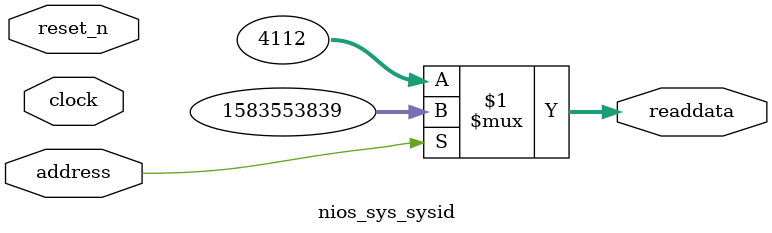
<source format=v>



// synthesis translate_off
`timescale 1ns / 1ps
// synthesis translate_on

// turn off superfluous verilog processor warnings 
// altera message_level Level1 
// altera message_off 10034 10035 10036 10037 10230 10240 10030 

module nios_sys_sysid (
               // inputs:
                address,
                clock,
                reset_n,

               // outputs:
                readdata
             )
;

  output  [ 31: 0] readdata;
  input            address;
  input            clock;
  input            reset_n;

  wire    [ 31: 0] readdata;
  //control_slave, which is an e_avalon_slave
  assign readdata = address ? 1583553839 : 4112;

endmodule



</source>
